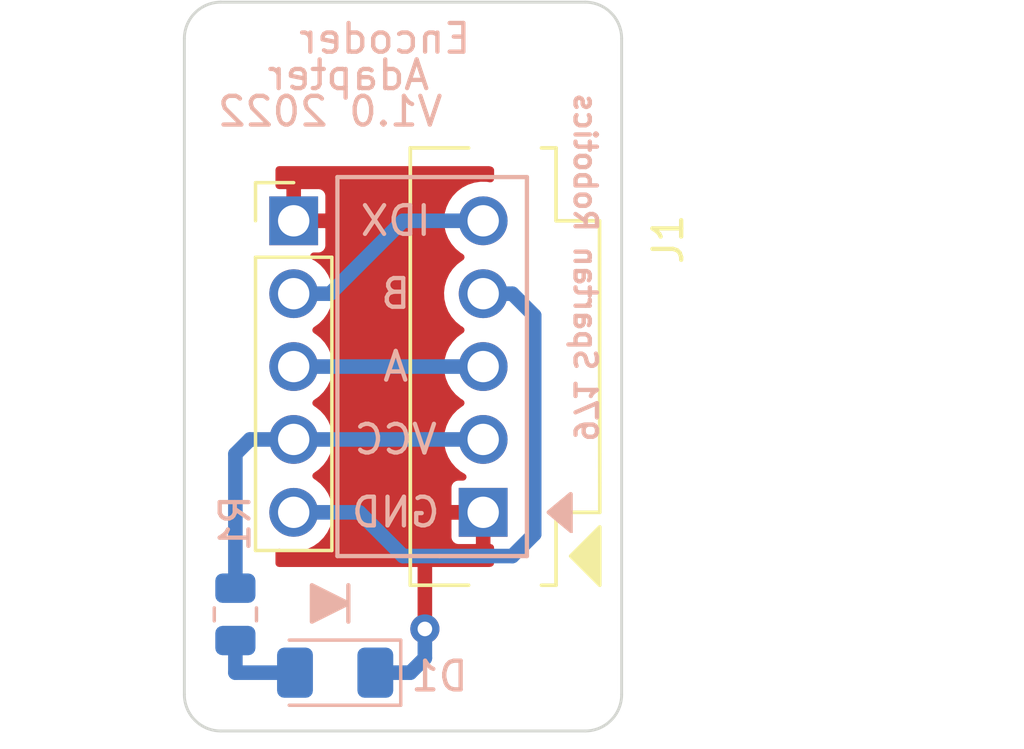
<source format=kicad_pcb>
(kicad_pcb (version 20211014) (generator pcbnew)
  (title_block (title "Shaft Encoder Adapter PCB") (date "2022-08-06") (rev "V1") (company "971 Spartan Robotics"))
  (layers (0 "F.Cu" signal) (31 "B.Cu" signal) (34 "B.Paste" user) (35 "F.Paste" user) (36 "B.SilkS" user "B.Silkscreen") (37 "F.SilkS" user "F.Silkscreen") (38 "B.Mask" user) (39 "F.Mask" user) (44 "Edge.Cuts" user))
  (net 0 "")
  (net 1 "/GND")
  (net 2 "/VCC")
  (net 3 "/A")
  (net 4 "/B")
  (net 5 "/IDX")
  (net 6 "Net-(D1-Pad2)")
  (footprint "encoder_adapter:MOLEX_0705410074" (layer "F.Cu") (at 131.064 106.68 -90)
    (fp_text reference "J1" (at -9.515 -6.445 90) (layer "F.SilkS"))
    (fp_text value "Encoder")
    (fp_line (start -10.16 -2.54) (end -10.16 -4.055) (layer "F.SilkS") (width 0.127))
    (fp_line (start 0 -2.54) (end 0 -4.064) (layer "F.SilkS") (width 0.127))
    (fp_line (start 2.54 -2.54) (end 0 -2.54) (layer "F.SilkS") (width 0.127))
    (fp_line (start -10.16 -4.055) (end 0 -4.064) (layer "F.SilkS") (width 0.127))
    (fp_line (start 2.54 2.54) (end -12.7 2.54) (layer "F.SilkS") (width 0.127))
    (fp_line (start 2.54 -2.54) (end 2.54 -2.032) (layer "F.SilkS") (width 0.127))
    (fp_line (start -12.7 -2.54) (end -10.16 -2.54) (layer "F.SilkS") (width 0.127))
    (fp_line (start -12.7 -2.032) (end -12.7 -2.54) (layer "F.SilkS") (width 0.127))
    (fp_line (start 2.54 2.54) (end 2.54 0.508) (layer "F.SilkS") (width 0.127))
    (fp_line (start -12.7 2.54) (end -12.7 0.508) (layer "F.SilkS") (width 0.127))
    (fp_poly (pts (xy 1.524 -3.048) (xy 0.508 -4.064) (xy 2.54 -4.064)) (layer "F.SilkS") (width 0.127) (fill solid))
    (pad "" np_thru_hole circle locked (at 4.064 -0.762 270) (size 1.524 1.524) (drill 3.429) (layers F&B.Cu *.Mask))
    (pad "" np_thru_hole circle locked (at -14.224 -0.762 270) (size 1.524 1.524) (drill 3.429) (layers F&B.Cu *.Mask))
    (pad "1" thru_hole rect locked (at 0 0 270) (size 1.7018 1.7018) (drill 1.0922) (layers *.Cu) (net 1 "/GND"))
    (pad "2" thru_hole circle locked (at -2.54 0 270) (size 1.7018 1.7018) (drill 1.0922) (layers *.Cu) (net 2 "/VCC"))
    (pad "3" thru_hole circle locked (at -5.08 0 270) (size 1.7018 1.7018) (drill 1.0922) (layers *.Cu) (net 3 "/A"))
    (pad "4" thru_hole circle locked (at -7.62 0 270) (size 1.7018 1.7018) (drill 1.0922) (layers *.Cu) (net 4 "/B"))
    (pad "5" thru_hole circle locked (at -10.16 0 270) (size 1.7018 1.7018) (drill 1.0922) (layers *.Cu) (net 5 "/IDX"))
  )
  (footprint "Connector_PinHeader_2.54mm:PinHeader_1x05_P2.54mm_Vertical" (layer "F.Cu") (at 124.46 96.52)
    (fp_text reference "J2" hide)
    (fp_text value "Conn_01x05_Male" hide)
    (fp_line (start -1.33 1.27) (end 1.33 1.27) (layer "F.SilkS") (width 0.12))
    (fp_line (start -1.33 1.27) (end -1.33 11.49) (layer "F.SilkS") (width 0.12))
    (fp_line (start -1.33 11.49) (end 1.33 11.49) (layer "F.SilkS") (width 0.12))
    (fp_line (start 1.33 1.27) (end 1.33 11.49) (layer "F.SilkS") (width 0.12))
    (fp_line (start -1.33 0) (end -1.33 -1.33) (layer "F.SilkS") (width 0.12))
    (fp_line (start -1.33 -1.33) (end 0 -1.33) (layer "F.SilkS") (width 0.12))
    (pad "1" thru_hole rect locked (at 0 0) (size 1.7 1.7) (drill 1.0922) (layers *.Cu *.Mask) (net 1 "/GND"))
    (pad "2" thru_hole oval locked (at 0 2.54) (size 1.7 1.7) (drill 1.0922) (layers *.Cu *.Mask) (net 5 "/IDX"))
    (pad "3" thru_hole oval locked (at 0 5.08) (size 1.7 1.7) (drill 1.0922) (layers *.Cu *.Mask) (net 3 "/A"))
    (pad "4" thru_hole oval locked (at 0 7.62) (size 1.7 1.7) (drill 1.0922) (layers *.Cu *.Mask) (net 2 "/VCC"))
    (pad "5" thru_hole oval locked (at 0 10.16) (size 1.7 1.7) (drill 1.0922) (layers *.Cu *.Mask) (net 4 "/B"))
  )
  (footprint "Resistor_SMD:R_0805_2012Metric" (layer "B.Cu") (at 122.428 110.236 -90)
    (fp_text reference "R1" (at -3.175 0 90) (layer "B.SilkS") (effects (justify mirror)))
    (fp_text value "R")
    (fp_line (start -0.227064 0.735) (end 0.227064 0.735) (layer "B.SilkS") (width 0.12))
    (fp_line (start -0.227064 -0.735) (end 0.227064 -0.735) (layer "B.SilkS") (width 0.12))
    (pad "1" smd roundrect (at -0.9125 0 270) (size 1.025 1.4) (layers "B.Cu" "B.Paste" "B.Mask") (roundrect_rratio 0.243902) (net 2 "/VCC"))
    (pad "2" smd roundrect (at 0.9125 0 270) (size 1.025 1.4) (layers "B.Cu" "B.Paste" "B.Mask") (roundrect_rratio 0.243902) (net 6 "Net-(D1-Pad2)"))
  )
  (footprint "LED_SMD:LED_1206_3216Metric" (layer "B.Cu") (at 125.905489 112.268 180)
    (fp_text reference "D1" (at -3.634511 -0.127) (layer "B.SilkS") (effects (justify mirror)))
    (fp_text value "LED")
    (fp_line (start -2.285 -1.135) (end 1.6 -1.135) (layer "B.SilkS") (width 0.12))
    (fp_line (start -2.285 1.135) (end -2.285 -1.135) (layer "B.SilkS") (width 0.12))
    (fp_line (start 1.6 1.135) (end -2.285 1.135) (layer "B.SilkS") (width 0.12))
    (pad "1" smd roundrect (at -1.4 0 180) (size 1.25 1.75) (layers "B.Cu" "B.Paste" "B.Mask") (roundrect_rratio 0.2) (net 1 "/GND"))
    (pad "2" smd roundrect (at 1.4 0 180) (size 1.25 1.75) (layers "B.Cu" "B.Paste" "B.Mask") (roundrect_rratio 0.2) (net 6 "Net-(D1-Pad2)"))
  )
  (gr_line (start 125.984 108.204) (end 125.984 94.996) (layer "B.SilkS") (width 0.15))
  (gr_line (start 132.588 94.996) (end 132.588 108.204) (layer "B.SilkS") (width 0.15))
  (gr_line (start 126.365 109.22) (end 126.365 110.49) (layer "B.SilkS") (width 0.15))
  (gr_line (start 132.588 108.204) (end 129.54 108.204) (layer "B.SilkS") (width 0.15))
  (gr_poly (pts (xy 126.365 109.855) (xy 125.095 110.49) (xy 125.095 109.22)) (layer "B.SilkS") (width 0.15) (fill solid))
  (gr_poly (pts (xy 134.112 107.315) (xy 133.35 106.68) (xy 134.112 106.045)) (layer "B.SilkS") (width 0.15) (fill solid))
  (gr_line (start 129.54 108.204) (end 125.984 108.204) (layer "B.SilkS") (width 0.15))
  (gr_line (start 125.984 94.996) (end 132.588 94.996) (layer "B.SilkS") (width 0.15))
  (gr_arc (start 120.65 90.17) (mid 121.021974 89.271974) (end 121.92 88.9) (layer "Edge.Cuts") (width 0.1))
  (gr_line (start 121.92 114.3) (end 134.62 114.3) (layer "Edge.Cuts") (width 0.1))
  (gr_line (start 120.65 90.17) (end 120.65 113.03) (layer "Edge.Cuts") (width 0.1))
  (gr_line (start 135.89 113.03) (end 135.89 90.17) (layer "Edge.Cuts") (width 0.1))
  (gr_arc (start 134.62 88.9) (mid 135.518026 89.271974) (end 135.89 90.17) (layer "Edge.Cuts") (width 0.1))
  (gr_arc (start 121.92 114.3) (mid 121.021974 113.928026) (end 120.65 113.03) (layer "Edge.Cuts") (width 0.1))
  (gr_arc (start 135.89 113.03) (mid 135.518026 113.928026) (end 134.62 114.3) (layer "Edge.Cuts") (width 0.1))
  (gr_line (start 134.62 88.9) (end 121.92 88.9) (layer "Edge.Cuts") (width 0.1))
  (gr_text "V1.0 2022" (at 125.73 92.71) (layer "B.SilkS") (effects (font (size 1 1)) (justify mirror)))
  (gr_text "971" (at 134.62 103.124 270) (layer "B.SilkS") (effects (font (size 0.746 0.746)) (justify mirror)))
  (gr_text "IDX" (at 128.016 96.52) (layer "B.SilkS") (effects (font (size 1 1)) (justify mirror)))
  (gr_text "GND" (at 128.016 106.68) (layer "B.SilkS") (effects (font (size 1 1)) (justify mirror)))
  (gr_text "Spartan" (at 134.62 99.568 270) (layer "B.SilkS") (effects (font (size 0.746 0.746)) (justify mirror)))
  (gr_text "Adapter" (at 126.365 91.44) (layer "B.SilkS") (effects (font (size 1 1)) (justify mirror)))
  (gr_text "VCC" (at 128.016 104.14) (layer "B.SilkS") (effects (font (size 1 1)) (justify mirror)))
  (gr_text "Robotics" (at 134.62 94.488 270) (layer "B.SilkS") (effects (font (size 0.746 0.746)) (justify mirror)))
  (gr_text "A" (at 128.016 101.6) (layer "B.SilkS") (effects (font (size 1 1)) (justify mirror)))
  (gr_text "B" (at 128.016 99.06) (layer "B.SilkS") (effects (font (size 1 1)) (justify mirror)))
  (gr_text "Encoder" (at 127.635 90.17) (layer "B.SilkS") (effects (font (size 1 1)) (justify mirror)))
  (segment (start 129.032 107.188) (end 129.54 106.68) (width 0.508) (layer "F.Cu") (net 1))
  (segment (start 129.54 106.68) (end 131.064 106.68) (width 0.508) (layer "F.Cu") (net 1))
  (segment (start 129.032 110.744) (end 129.032 107.188) (width 0.508) (layer "F.Cu") (net 1))
  (via (at 129.032 110.744) (size 1.016) (drill 0.508) (layers "F.Cu" "B.Cu") (net 1))
  (segment (start 129.032 110.744) (end 129.032 111.76) (width 0.508) (layer "B.Cu") (net 1))
  (segment (start 129.032 111.76) (end 128.524 112.268) (width 0.508) (layer "B.Cu") (net 1))
  (segment (start 128.524 112.268) (end 127.305489 112.268) (width 0.508) (layer "B.Cu") (net 1))
  (segment (start 122.428 104.648) (end 122.428 109.3235) (width 0.508) (layer "B.Cu") (net 2))
  (segment (start 124.46 104.14) (end 129.032 104.14) (width 0.508) (layer "B.Cu") (net 2))
  (segment (start 124.46 104.14) (end 122.936 104.14) (width 0.508) (layer "B.Cu") (net 2))
  (segment (start 129.032 104.14) (end 131.064 104.14) (width 0.508) (layer "B.Cu") (net 2))
  (segment (start 122.936 104.14) (end 122.428 104.648) (width 0.508) (layer "B.Cu") (net 2))
  (segment (start 124.46 101.6) (end 131.064 101.6) (width 0.508) (layer "B.Cu") (net 3))
  (segment (start 132.842 107.442) (end 132.842 99.822) (width 0.508) (layer "B.Cu") (net 4))
  (segment (start 126.746 106.68) (end 128.27 108.204) (width 0.508) (layer "B.Cu") (net 4))
  (segment (start 132.08 99.06) (end 131.064 99.06) (width 0.508) (layer "B.Cu") (net 4))
  (segment (start 128.27 108.204) (end 132.08 108.204) (width 0.508) (layer "B.Cu") (net 4))
  (segment (start 124.46 106.68) (end 126.746 106.68) (width 0.508) (layer "B.Cu") (net 4))
  (segment (start 132.842 99.822) (end 132.08 99.06) (width 0.508) (layer "B.Cu") (net 4))
  (segment (start 132.08 108.204) (end 132.842 107.442) (width 0.508) (layer "B.Cu") (net 4))
  (segment (start 124.46 99.06) (end 125.73 99.06) (width 0.508) (layer "B.Cu") (net 5))
  (segment (start 125.73 99.06) (end 128.27 96.52) (width 0.508) (layer "B.Cu") (net 5))
  (segment (start 128.27 96.52) (end 131.064 96.52) (width 0.508) (layer "B.Cu") (net 5))
  (segment (start 122.428 112.268) (end 122.428 111.148495) (width 0.508) (layer "B.Cu") (net 6))
  (segment (start 122.428 112.268) (end 124.505489 112.268) (width 0.508) (layer "B.Cu") (net 6))
  (zone (net 1) (net_name "/GND") (layer "F.Cu") (connect_pads (clearance 0.508)) (min_thickness 0.254) (fill yes (thermal_gap 0.254) (thermal_bridge_width 0.508))
    (polygon (pts (xy 131.445 108.585) (xy 123.825 108.585) (xy 123.825 94.615) (xy 131.445 94.615)))
  )
)
</source>
